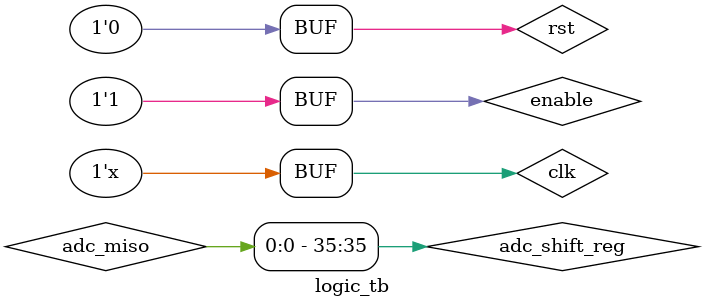
<source format=v>
module logic(
	input clk,
	input rst,
	//---ADC signals-------
   output adc_cnv,
	input  adc_busy,
	output [2:0]analog_mux_chn,
	//---ADC SPI signals---	 	
	input  adc_miso,
	output adc_sck,
	//---DAC & comm SPI----
	output dac_reg_mosi,
	output dac_reg_sck,

	output [1:0]cs_dac_reg,
	//---------------------
	input enable,	
	//--FIFO signals-------
	output [23:0]fifo_data_out,
	output fifo_empty,
	input  fifo_rd_en,
	input  rdclk,
	output sample_clk
);
localparam STATE_SIZE = 5;
reg 	[STATE_SIZE-1:0] state_d, state_q;
reg 	[2:0] analog_mux_chn_d,analog_mux_chn_q;
assign analog_mux_chn=analog_mux_chn_q;
reg 	[4:0] keys_d, keys_q;
reg 	[2:0] diap_d, diap_q;
reg 	[1:0] cs_dac_reg_d, cs_dac_reg_q;
assign cs_dac_reg=cs_dac_reg_q;

reg 	dac_reg_start_d, dac_reg_start_q; 
wire dac_reg_start=dac_reg_start_q;
 
//	 reg gen_enable_d, gen_enable_q;
//	 wire gen_enable=gen_enable_q;
 
reg 	[7:0]delay_counter_d, delay_counter_q;
 
reg 	[2:0] mode_reg_d, mode_reg_q;

//reg 	[7:0] dac_reg_data_out;



wire dac_reg_new_data;
reg 	read_diapason;

//reg   enable=1'b1;
	

	// CS DAC REG
localparam [1:0]
				CS_DAC_REG_NONE		=2'b11,
				CS_DAC_REG_DAC			=2'b01,
				CS_DAC_REG_REG			=2'b10;

//FSM	 state coding	
localparam [STATE_SIZE-1:0]  	
				IDLE 										= 1, 
				START_CYCLE								= 2,
				MEASURE_MODE_DIAPASON				= 3,
				MEASURE_MODE_START					= 4,
				MEASURE_MODE_START_SET_DIAP_KEYS = 5,
				MEASURE_MODE_WAIT_SPI				= 6,
				MEASURE_MODE_GENERATOR_ON			= 7,
				MEASURE_MODE_SET_MULTIPLEXOR		= 8,
				MEASURE_MODE_SET_DELAY_1			= 9,
				MEASURE_MODE_START_MEASURE			= 10,
				MEASURE_MODE_WAIT_MEASURE_RESULT	= 11,
				MEASURE_MODE_SEND_TO_FIFO_1		= 12,
				MEASURE_MODE_SEND_TO_FIFO_2		= 13,
				MEASURE_MODE_SET_MULTIPLEXOR_2	= 14,
				MEASURE_MODE_SET_DELAY_2			= 15,
				MEASURE_MODE_START_MEASURE_2		= 16,
				MEASURE_MODE_WAIT_MEASURE_RESULT_2 = 17,
				MEASURE_MODE_SEND_TO_FIFO_3		= 18,
				MEASURE_MODE_SEND_TO_FIFO_4		= 19,
				MEASURE_MODE_GENERATOR_OFF			= 20,
				MEASURE_MODE_MULTIPLEXOR_OFF		= 21,
				MEASURE_MODE_END						= 22,
				DONE										= 23,
				MEASURE_MODE_START_DETERMINATE_DIAPASON = 24,
				MEASURE_MODE_WAIT_FOR_DETERMINATE_DIAPASON=25,
				MEASURE_MODE_DIAP_TO_FIFO			=26;
				
				
// Measure mode
  localparam [2:0] 
			MEASURE_MODE_DIAP						= 0,
			MEASURE_MODE_1							= 1,
			MEASURE_MODE_2							= 2,
			MEASURE_MODE_3							= 3,
			MEASURE_MODE_4							= 4,
			MEASURE_MODE_5							= 5;

//MUX 				
localparam [2:0]
			MUX_NONE			=3'b000,
			MUX_MN_NM		=3'b001,
			MUX_CURRENT		=3'b010;
//Diap	
localparam [2:0]
			DIAP_5V			=3'b001,
			DIAP_10V			=3'b010,
			DIAP_20V			=3'b100;
//Key states				
localparam [4:0] 
			MEASURE_MODE_DIAP_KEY	= 0,
			MEASURE_MODE_1_KEY		= 1,
			MEASURE_MODE_2_KEY		= 2,
			MEASURE_MODE_3_KEY		= 3,
			MEASURE_MODE_4_KEY		= 4,
			MEASURE_MODE_5_KEY		= 5;
			
localparam [23:0]
			DIAP1_MARGIN				= 0,
			DIAP2_MARGIN				= 1,
			DIAP3_MARGIN				= 2;
			
localparam WAIT_PERIODS	= 16;
//---generator 5000 Hz--------------
reg 	gen_sample_clk;	
assign sample_clk=dac_reg_new_data;
wire 	[7:0]gen_out;	

wire 	gen_new_period;
wire 	gen_start_conv;	
reg 	gen_enable_d, gen_enable_q;
wire 	gen_enable=gen_enable_q;
//wire gen_enable=enable;
wire gen_halfcycle;
wire gen_data_ready;
sin_gen dev_sin_gen(.clk(clk),.sample_clk(gen_sample_clk),.rst(rst),.enable(gen_enable),.out(gen_out),.ready(gen_data_ready),.new_period(gen_new_period),.start_conv(gen_start_conv),.halfcycle(gen_halfcycle));	
			


reg 	[1:0] sample_clk_r;
wire 	sig_sample_clk=(sample_clk_r[1]!=sample_clk_r[0])&sample_clk_r[0];	


//--------------FIFO-------------------
//wire 	[23:0]fifo_data_out;
wire 	fifo_full;
//wire 	fifo_empty;
reg  	[23:0]fifo_data_in_d, fifo_data_in_q;


reg  	fifo_wr_en_d, fifo_wr_en_q;
reg  	fifo_rd_en_d, fifo_rd_en_q;

wire 	fifo_wr_en=fifo_wr_en_q;
//wire 	fifo_rd_en=fifo_rd_en_q;


dc_fifo dev_dc_fifo (.data(fifo_data_in),.rdclk(rdclk),.rdreq(fifo_rd_en),.wrclk(clk),.wrreq(fifo_wr_en),.q(fifo_data_out),.rdempty(fifo_empty),.wrfull(fifo_full));

wire  	[7:0] dac_reg_data_out=(cs_dac_reg_q==CS_DAC_REG_REG)?({diap_q,keys_q}):((cs_dac_reg_q==CS_DAC_REG_DAC)?(gen_out):(8'b0)); 
wire     adc_start_conv=((cs_dac_reg_q==CS_DAC_REG_DAC)&&(gen_start_conv))?(dac_reg_new_data) :(1'b0) ;
//-----------DAC & register----------
localparam SPI_DAC_REG_CLK_DIV=4;
localparam SPI_DAC_REG_DATA_WIDTH=8;

spi_master #(.CLK_DIV(SPI_DAC_REG_CLK_DIV),.DATA_WIDTH(SPI_DAC_REG_DATA_WIDTH)) dac_reg_spi_master(.clk(clk),.rst(rst),.miso(dac_reg_miso),.mosi(dac_reg_mosi),.sck(dac_reg_sck),.start(dac_reg_start),.data_in(dac_reg_data_out),.data_out(dac_reg_data_in),.busy(dac_reg_busy),.new_data(dac_reg_new_data));
//-------------------------------------

//------------ADC read----------------
localparam ADC_OUTPUT_DATA_WIDTH = 24;
reg 	adc_read_diapason; // read diapason flag
reg 	adc_start_cycle_conv_d, adc_start_cycle_conv_q;
wire 	adc_cycle_complete;
wire 	[ADC_OUTPUT_DATA_WIDTH-1:0]adc_data_out_1;
wire 	[ADC_OUTPUT_DATA_WIDTH-1:0]adc_data_out_2;

reg	[ADC_OUTPUT_DATA_WIDTH-1:0] diap_current, diap_voltage;

adc_read  #(.OUTPUT_DATA_WIDTH(ADC_OUTPUT_DATA_WIDTH))dev_adc_read(.clk(clk),.rst(rst),.sample_adc(adc_start_conv),.start_cycle_conv(adc_start_cycle_conv_q),.halfcycle(gen_halfcycle),.read_diapason(adc_read_diapason),.complete(adc_cycle_complete),.data_out_1(adc_data_out_1),.data_out_2(adc_data_out_2),.cnv(adc_cnv),.adc_busy(adc_busy),.miso(adc_miso),.sck(adc_sck));

//------------------------------------
reg [5:0] fifo_cycle_index_d, fifo_cycle_index_q;//for index of elements fifo
//---------------DIAPASON-------------	
reg  diap_start_d, diap_start_q;
wire diap_ready;
wire [2:0]diap_result;
 diap #(.DATA_WIDTH(18)) dev_diap(.clk(clk),.rst(rst),.current(diap_current),.voltage(diap_voltage),.start(diap_start_q),.ready(diap_ready),.diap_result(diap_result));
//------------------------------------

localparam CLOCK_DIVIDER	= 39;
reg [6:0]clock_div_counter;
always @(posedge clk) begin//clock divider
	if(rst)
	begin
		clock_div_counter<=7'b0;
		gen_sample_clk<=1'b0;
	end
	else
	begin
		
		if(clock_div_counter==CLOCK_DIVIDER)
		begin
			gen_sample_clk<=!gen_sample_clk;
			clock_div_counter<=7'b0;
		end
		else 
		begin
			clock_div_counter<=clock_div_counter+7'b1;
		end
	end
end
//------------------------------------- 
always @(posedge clk) begin//???
	if(rst)
	begin
		sample_clk_r<=2'b00;
	end
	else
	begin
		sample_clk_r<={sample_clk_r[0],gen_sample_clk};
	end
end
//------------------------------------		
always @ (*) begin	//FSM	 
	 state_d=state_q;
	 analog_mux_chn_d=analog_mux_chn_q;
	 keys_d=keys_q;
	 diap_d=diap_q;
	 cs_dac_reg_d=cs_dac_reg_q;
	 dac_reg_start_d=1'b0;
	 gen_enable_d=gen_enable_q;
	 delay_counter_d=delay_counter_q;
	 mode_reg_d=mode_reg_q;
	 adc_start_cycle_conv_d=adc_start_cycle_conv_q;
	 
	 fifo_wr_en_d=fifo_wr_en_q;
	 fifo_rd_en_d=fifo_rd_en_q;
	 
	 fifo_cycle_index_d=fifo_cycle_index_q;
	 
	 diap_start_d=1'b0;
	 
	 fifo_data_in_d=fifo_data_in_q;
	 
		case (state_q)
			IDLE:
			begin
				//gen_enable_d<=1;
				if(enable /*&& gen_new_period*/)
				begin
					state_d <= START_CYCLE;
					fifo_cycle_index_d<=6'b0;
				end
			end
//------------------------------------------------						
			START_CYCLE:
			begin
				//state_d<=MEASURE_MODE_DIAPASON;
				state_d<=MEASURE_MODE_START;
				mode_reg_d<=MEASURE_MODE_DIAP;
			end
//------------------------------------------------			
//			MEASURE_MODE_DIAPASON://???
//			begin
//				state_d<=MEASURE_MODE_DETERMINATE_DIAPASON;
//			end
			
		   MEASURE_MODE_START_DETERMINATE_DIAPASON:
			begin			
				diap_start_d<=1'b1;
				state_d<=MEASURE_MODE_WAIT_FOR_DETERMINATE_DIAPASON;
			end
			
			MEASURE_MODE_WAIT_FOR_DETERMINATE_DIAPASON:
			begin		
				if(diap_ready)
				begin	
					state_d<=MEASURE_MODE_DIAP_TO_FIFO;
					fifo_data_in_d<={fifo_cycle_index_q[5:0],{15{1'b0}},diap_result[2:0]};
					fifo_wr_en_d<=1'b1;
				end
			end
			
			MEASURE_MODE_DIAP_TO_FIFO://???
			begin						
				fifo_cycle_index_d<=fifo_cycle_index_d+1;
				fifo_wr_en_d<=1'b0;
				state_d<=MEASURE_MODE_START;//???
			end
//------------------------------------------------			
			MEASURE_MODE_START:
			begin
				cs_dac_reg_d<=CS_DAC_REG_REG;
				state_d<=MEASURE_MODE_START_SET_DIAP_KEYS;
				
				//set keys from mode (case)
				case (mode_reg_q)
				
					MEASURE_MODE_DIAP:
					begin
						keys_d<=MEASURE_MODE_DIAP_KEY;
					end	
				
					MEASURE_MODE_1:
					begin
						keys_d<=MEASURE_MODE_1_KEY;
					end	
					
					MEASURE_MODE_2:
					begin
						keys_d<=MEASURE_MODE_2_KEY;
					end	

					MEASURE_MODE_3:
					begin
						keys_d<=MEASURE_MODE_3_KEY;
					end	

					MEASURE_MODE_4:
					begin
						keys_d<=MEASURE_MODE_4_KEY;
					end	

					MEASURE_MODE_5:
					begin
						keys_d<=MEASURE_MODE_5_KEY;
					end
				endcase
				//-----------------
			end
			
			MEASURE_MODE_START_SET_DIAP_KEYS:
			begin
				//dac_reg_data_out<={diap_q,keys_q};				
				dac_reg_start_d<=1'b1;
				state_d<=MEASURE_MODE_WAIT_SPI;
			end
			
			MEASURE_MODE_WAIT_SPI:
			begin
				if(dac_reg_new_data)
				begin
					state_d<=MEASURE_MODE_GENERATOR_ON;
				end
			end
			
			MEASURE_MODE_GENERATOR_ON:
			begin
				cs_dac_reg_d<=CS_DAC_REG_DAC;
				gen_enable_d<=1'b1;
				state_d<=MEASURE_MODE_SET_MULTIPLEXOR;
			end
			
			MEASURE_MODE_SET_MULTIPLEXOR:
			begin
				//set mux from mode (case)		
				analog_mux_chn_d<=MUX_CURRENT;
				delay_counter_d<=WAIT_PERIODS;
				state_d<=MEASURE_MODE_SET_DELAY_1;				
			end
			
			MEASURE_MODE_SET_DELAY_1:
			begin
				if(gen_new_period)
				begin
					if(delay_counter_q!=0)
					begin
						delay_counter_d=delay_counter_q-1;
					end
					else 
					begin
						state_d<=MEASURE_MODE_START_MEASURE;
						//state_d<=MEASURE_MODE_GENERATOR_OFF;
					end
				end
			end

			MEASURE_MODE_START_MEASURE:
			begin
				if(mode_reg_q==MEASURE_MODE_DIAP)//???
				begin
					adc_read_diapason=1'b1;
				end
				else
				begin
					adc_read_diapason=1'b0;
				end
				
				adc_start_cycle_conv_d=1'b1;
				state_d<=MEASURE_MODE_WAIT_MEASURE_RESULT;
			end
			
			MEASURE_MODE_WAIT_MEASURE_RESULT:
			begin
				adc_start_cycle_conv_d=1'b0;
				if(adc_cycle_complete)
				begin
					if(mode_reg_q==MEASURE_MODE_DIAP)
					begin
						diap_current<=adc_data_out_1;
						state_d<=MEASURE_MODE_SET_MULTIPLEXOR_2;						
					end
					else
					begin
						state_d<=MEASURE_MODE_SEND_TO_FIFO_1;
						fifo_data_in_d<={fifo_cycle_index_q[5:0],adc_data_out_1[17:0]};
						fifo_wr_en_d<=1'b1;
					end
					
				end
			end			
			
			MEASURE_MODE_SEND_TO_FIFO_1:
			begin
				//fifo_data_in<={fifo_cycle_index_q[5:0],adc_data_out_1[17:0]};
				//fifo_wr_en_d<=1'b1;
				fifo_cycle_index_d<=fifo_cycle_index_d+1;
				state_d<=MEASURE_MODE_SEND_TO_FIFO_2;
				fifo_data_in_d<={fifo_cycle_index_q[5:0],adc_data_out_2[17:0]};
			end
			
			MEASURE_MODE_SEND_TO_FIFO_2: //??????????????????
			begin
				//fifo_data_in<={fifo_cycle_index_q[5:0],adc_data_out_2[17:0]};
				fifo_cycle_index_d<=fifo_cycle_index_d+1;
				fifo_wr_en_d<=1'b0;
				if(mode_reg_q==MEASURE_MODE_1)
				begin
					state_d<=MEASURE_MODE_GENERATOR_OFF;
				end
				else
				begin
					state_d<=MEASURE_MODE_SET_MULTIPLEXOR_2;
				end				
			end

			MEASURE_MODE_SET_MULTIPLEXOR_2:
			begin		
				analog_mux_chn_d<=MUX_MN_NM;//???
				delay_counter_d<=WAIT_PERIODS;
				state_d<=MEASURE_MODE_SET_DELAY_2;
			end

			MEASURE_MODE_SET_DELAY_2:
			begin
				if(gen_new_period)
				begin
					if(delay_counter_q!=0)
					begin
						delay_counter_d=delay_counter_q-1;
					end
					else 
					begin
						state_d<=MEASURE_MODE_START_MEASURE_2;
					end
				end
			end	
	
			MEASURE_MODE_START_MEASURE_2:
			begin
				adc_start_cycle_conv_d<=1'b1;
				state_d<=MEASURE_MODE_WAIT_MEASURE_RESULT_2;
			end
			
			MEASURE_MODE_WAIT_MEASURE_RESULT_2:
			begin
				adc_start_cycle_conv_d<=1'b0;
				if(adc_cycle_complete)
				begin
					if(mode_reg_q==MEASURE_MODE_DIAP)//???
					begin
						diap_voltage<=adc_data_out_1;
						state_d<=MEASURE_MODE_GENERATOR_OFF;						
					end
					else
					begin
						state_d<=MEASURE_MODE_SEND_TO_FIFO_3;
						fifo_wr_en_d<=1'b1;
						fifo_data_in_d<={fifo_cycle_index_q[5:0],adc_data_out_1[17:0]};
					end
				end
			end			
						
			MEASURE_MODE_SEND_TO_FIFO_3:
			begin
				//fifo_data_in<={fifo_cycle_index_q[5:0],adc_data_out_1[17:0]};
				fifo_cycle_index_d<=fifo_cycle_index_d+1;
				//fifo_wr_en_d<=1'b1;
				state_d<=MEASURE_MODE_SEND_TO_FIFO_4;
				fifo_data_in_d<={fifo_cycle_index_q[5:0],adc_data_out_2[17:0]};
			end
			
			MEASURE_MODE_SEND_TO_FIFO_4: 
			begin
				//fifo_data_in<={fifo_cycle_index_q[5:0],adc_data_out_2[17:0]};
				fifo_cycle_index_d<=fifo_cycle_index_d+1;
				fifo_wr_en_d<=1'b0;
				state_d<=MEASURE_MODE_GENERATOR_OFF;
			end
		
			MEASURE_MODE_GENERATOR_OFF:
			begin
				cs_dac_reg_d<=CS_DAC_REG_NONE;
				gen_enable_d<=1'b0;
				state_d<=MEASURE_MODE_MULTIPLEXOR_OFF;
			end	
	
			MEASURE_MODE_MULTIPLEXOR_OFF:
			begin
				analog_mux_chn_d<=MUX_NONE;
				state_d<=MEASURE_MODE_END;
			end	
		
			MEASURE_MODE_END:
			begin
				if(mode_reg_q==MEASURE_MODE_5)
				begin
					state_d<=DONE;
				end
				else if(mode_reg_q==MEASURE_MODE_DIAP)
				begin
					mode_reg_d<=mode_reg_q+1;
					state_d<=MEASURE_MODE_START_DETERMINATE_DIAPASON;
				end
				else
				begin
					mode_reg_d<=mode_reg_q+1;
					state_d<=MEASURE_MODE_START;
				end
			end			
//------------------------------------------------			
			DONE:
			begin
				state_d <= IDLE;
			end		
//------------------------------------------------			
		endcase
		
		if(gen_enable)//send sample on DAC
		begin
			if(gen_data_ready)
			begin
				dac_reg_start_d<=1'b1;
			end
		end
		
	end
	
	
   always @(posedge clk) begin
    if (rst) 
	 begin
		 state_q<=IDLE;
		 analog_mux_chn_q<=3'b0;	
		 cs_dac_reg_q<=CS_DAC_REG_NONE; 
		 dac_reg_start_q<=1'b1;
		 gen_enable_q<=1'b0;
		 delay_counter_q<=2'b00;
		 mode_reg_q<=MEASURE_MODE_1;//
		 diap_q<=3'b101;
		 fifo_wr_en_q<=1'b0;
		 fifo_rd_en_q<=1'b0;	
		 
		 adc_start_cycle_conv_q<=1'b0;
		 fifo_cycle_index_q<=6'b0;
		 
		 diap_start_q<=1'b0;
		 
		 fifo_data_in_q<=24'b0;
    end 
	 else 
	 begin
		 state_q<=state_d;
		 analog_mux_chn_q=analog_mux_chn_d;
		 keys_q<=keys_d;
		 diap_q<=diap_d;
		 cs_dac_reg_q<=cs_dac_reg_d;
		 dac_reg_start_q<=dac_reg_start_d;
		 gen_enable_q<=gen_enable_d;
		 delay_counter_q<=delay_counter_d;
		 mode_reg_q<=mode_reg_d;	
		 
		 adc_start_cycle_conv_q<=adc_start_cycle_conv_d;
		
		 fifo_wr_en_q<=fifo_wr_en_d;
		 fifo_rd_en_q<=fifo_rd_en_d;	
		 
		 fifo_cycle_index_q<=fifo_cycle_index_d;
		 
		 diap_start_q<=diap_start_d;
		 
		 fifo_data_in_q<=fifo_data_in_d;
    end
	end			

endmodule


//-----------------------testbench----------------------------
`timescale 1 ps/ 1 ps
module logic_tb();

	reg clk;
	reg rst;
	//---ADC signals-------
	wire adc_cnv;
	reg  adc_busy;
	wire [2:0]analog_mux_chn;
	
	//---ADC SPI signals---	 	
	wire  adc_miso;
	wire adc_sck;
	//---DAC & comm SPI----
	wire  dac_reg_mosi;
	wire dac_reg_sck;

	wire [1:0]cs_dac_reg;

	reg enable;
	
	wire fifo_data_out;
	wire fifo_empty;
	reg  fifo_rd_en;
	reg  rdclk;
	
	 //-------adc emul---
	 reg [35:0] adc_shift_reg;
	 //-------------------------
	assign adc_miso=adc_shift_reg[35];
	logic test_logic(.clk(clk),.rst(rst),.adc_cnv(adc_cnv),.adc_busy(adc_busy),.analog_mux_chn(analog_mux_chn),.adc_miso(adc_miso),.adc_sck(adc_sck),.dac_reg_mosi(dac_reg_mosi),.dac_reg_sck(dac_reg_sck),.cs_dac_reg(cs_dac_reg),.enable(enable),.fifo_data_out(fifo_data_out),.fifo_empty(fifo_empty),.fifo_rd_en(fifo_rd_en),.rdclk(rdclk));
	
	 initial
	 begin
		clk<=0;
		rst<=0;
		enable<=1;
		adc_busy<=0;
		#50
		rst=1;
		#50
		rst=0;
	 end
	 
	/*always @(negedge sck) 
	begin

		
	end*/
	
	 always @(posedge clk) begin
	 
	 end
	 
	 always @(posedge adc_cnv) begin
		adc_busy<=1;
		adc_shift_reg=36'b000000000000000001000000000000000001;
		#100
		adc_busy<=0;
	 end
	
	 always @(negedge adc_sck) begin
		//adc_miso<=adc_shift_reg[35];
		adc_shift_reg[35:0]<={adc_shift_reg[34:0],1'b0};
	 end
	 
	 always 
		#5  clk =  ! clk;    
endmodule

</source>
